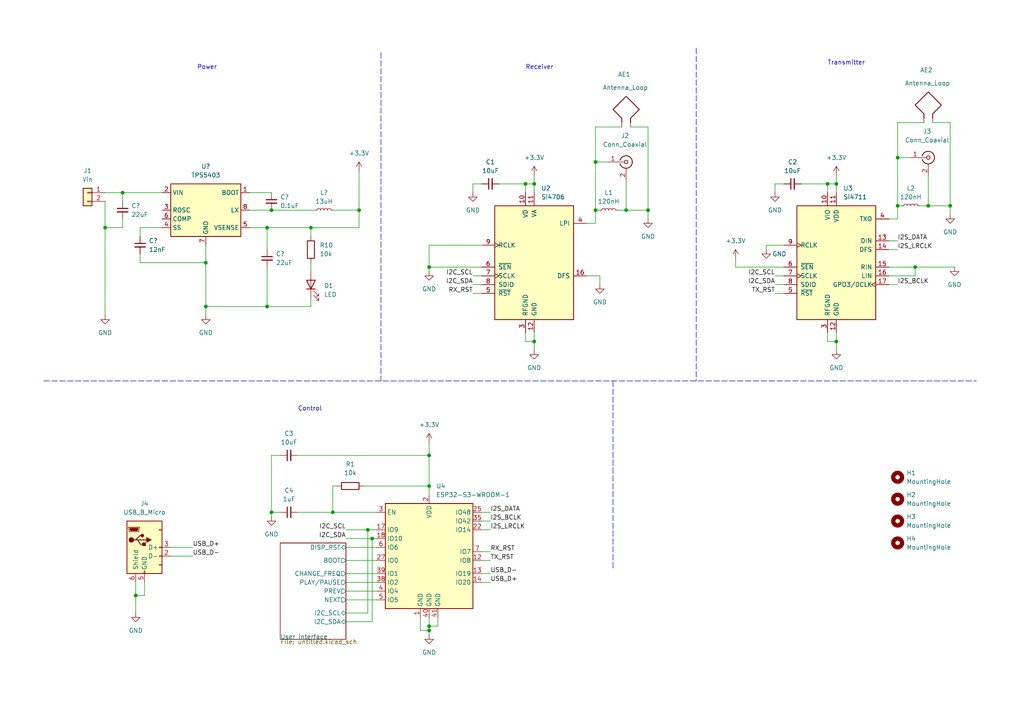
<source format=kicad_sch>
(kicad_sch (version 20211123) (generator eeschema)
  (paper "A4")
  (title_block (title "Phone Audio FM Transmitter") (rev "1") (company "Team 18"))
  (lib_symbols
    (symbol "Connector:Conn_Coaxial" (pin_names (offset 1.016) hide)
      (property "Reference" "J" (at 0.254 3.048 0))
      (property "Value" "Conn_Coaxial" (at 2.921 0 90))
      (symbol "Conn_Coaxial_0_1"
        (arc (start -1.778 -0.508) (mid 0.2311 -1.8066) (end 1.778 0) (stroke (width 0.254)))
        (polyline (pts (xy -2.54 0) (xy -0.508 0)))
        (polyline (pts (xy 0 -2.54) (xy 0 -1.778)))
        (circle (center 0 0) (radius 0.508) (stroke (width 0.2032)))
        (arc (start 1.778 0) (mid 0.2099 1.8101) (end -1.778 0.508) (stroke (width 0.254)))
      )
      (symbol "Conn_Coaxial_1_1"
        (pin passive line (at -5.08 0 0) (length 2.54) (name "In") (number "1"))
        (pin passive line (at 0 -5.08 90) (length 2.54) (name "Ext") (number "2"))
      )
    )
    (symbol "Connector:USB_B_Micro" (pin_names (offset 1.016))
      (property "Reference" "J4" (at 0 12.7 0))
      (property "Value" "USB_B_Micro" (at 0 10.16 0))
      (symbol "USB_B_Micro_0_1"
        (rectangle (start -5.08 -7.62) (end 5.08 7.62) (stroke (width 0.254)) (fill (type background)))
        (circle (center -3.81 2.159) (radius 0.635) (stroke (width 0.254)) (fill (type outline)))
        (circle (center -0.635 3.429) (radius 0.381) (stroke (width 0.254)) (fill (type outline)))
        (rectangle (start -0.127 -7.62) (end 0.127 -6.858))
        (polyline (pts (xy -1.905 2.159) (xy 0.635 2.159)) (stroke (width 0.254)))
        (polyline (pts (xy -3.175 2.159) (xy -2.54 2.159) (xy -1.27 3.429) (xy -0.635 3.429)) (stroke (width 0.254)))
        (polyline (pts (xy -2.54 2.159) (xy -1.905 2.159) (xy -1.27 0.889) (xy 0 0.889)) (stroke (width 0.254)))
        (polyline (pts (xy 0.635 2.794) (xy 0.635 1.524) (xy 1.905 2.159) (xy 0.635 2.794)) (stroke (width 0.254)) (fill (type outline)))
        (polyline (pts (xy -4.318 5.588) (xy -1.778 5.588) (xy -2.032 4.826) (xy -4.064 4.826) (xy -4.318 5.588)) (fill (type outline)))
        (polyline (pts (xy -4.699 5.842) (xy -4.699 5.588) (xy -4.445 4.826) (xy -4.445 4.572) (xy -1.651 4.572) (xy -1.651 4.826) (xy -1.397 5.588) (xy -1.397 5.842) (xy -4.699 5.842)))
        (rectangle (start 0.254 1.27) (end -0.508 0.508) (stroke (width 0.254)) (fill (type outline)))
        (rectangle (start 5.08 -5.207) (end 4.318 -4.953))
        (rectangle (start 5.08 -2.667) (end 4.318 -2.413))
        (rectangle (start 5.08 -0.127) (end 4.318 0.127))
        (rectangle (start 5.08 4.953) (end 4.318 5.207))
      )
      (symbol "USB_B_Micro_1_1"
        (pin no_connect line (at 7.62 5.08 180) (length 2.54) hide (name "VBUS") (number "1"))
        (pin bidirectional line (at 7.62 -2.54 180) (length 2.54) (name "D-") (number "2"))
        (pin bidirectional line (at 7.62 0 180) (length 2.54) (name "D+") (number "3"))
        (pin no_connect line (at 7.62 -5.08 180) (length 2.54) hide (name "ID") (number "4"))
        (pin power_out line (at 0 -10.16 90) (length 2.54) (name "GND") (number "5"))
        (pin passive line (at -2.54 -10.16 90) (length 2.54) (name "Shield") (number "6"))
      )
    )
    (symbol "Connector_Generic:Conn_01x02" (pin_names (offset 1.016) hide)
      (property "Reference" "J1" (at 0 6.35 0))
      (property "Value" "Vin" (at 0 3.81 0))
      (symbol "Conn_01x02_1_1"
        (rectangle (start -1.27 -2.413) (end 0 -2.667) (stroke (width 0.1524)))
        (rectangle (start -1.27 0.127) (end 0 -0.127) (stroke (width 0.1524)))
        (rectangle (start -1.27 1.27) (end 1.27 -3.81) (stroke (width 0.254)) (fill (type background)))
        (pin power_out line (at -5.08 0 0) (length 3.81) (name "Pin_1") (number "1"))
        (pin passive line (at -5.08 -2.54 0) (length 3.81) (name "Pin_2") (number "2"))
      )
    )
    (symbol "Device:Antenna_Loop" (pin_numbers hide) (pin_names (offset 1.016) hide)
      (property "Reference" "AE" (at 1.27 6.35 0))
      (property "Value" "Antenna_Loop" (at 1.27 5.08 0))
      (symbol "Antenna_Loop_0_1"
        (polyline (pts (xy 2.54 -3.81) (xy 2.54 -2.54) (xy 5.08 0) (xy 1.27 3.81) (xy -2.54 0) (xy 0 -2.54) (xy 0 -3.81)) (stroke (width 0.254)))
      )
      (symbol "Antenna_Loop_1_1"
        (pin input line (at 0 -5.08 90) (length 2.54) (name "~") (number "1"))
        (pin input line (at 2.54 -5.08 90) (length 2.54) (name "~") (number "2"))
      )
    )
    (symbol "Device:C_Small" (pin_numbers hide) (pin_names (offset 0.254) hide)
      (property "Reference" "C" (at 0.254 1.778 0))
      (property "Value" "C_Small" (at 0.254 -2.032 0))
      (symbol "C_Small_0_1"
        (polyline (pts (xy -1.524 -0.508) (xy 1.524 -0.508)) (stroke (width 0.3302)))
        (polyline (pts (xy -1.524 0.508) (xy 1.524 0.508)) (stroke (width 0.3048)))
      )
      (symbol "C_Small_1_1"
        (pin passive line (at 0 2.54 270) (length 2.032) (name "~") (number "1"))
        (pin passive line (at 0 -2.54 90) (length 2.032) (name "~") (number "2"))
      )
    )
    (symbol "Device:LED" (pin_numbers hide) (pin_names (offset 1.016) hide)
      (property "Reference" "D" (at 0 2.54 0))
      (property "Value" "LED" (at 0 -2.54 0))
      (symbol "LED_0_1"
        (polyline (pts (xy -1.27 -1.27) (xy -1.27 1.27)) (stroke (width 0.254)))
        (polyline (pts (xy -1.27 0) (xy 1.27 0)))
        (polyline (pts (xy 1.27 -1.27) (xy 1.27 1.27) (xy -1.27 0) (xy 1.27 -1.27)) (stroke (width 0.254)))
        (polyline (pts (xy -3.048 -0.762) (xy -4.572 -2.286) (xy -3.81 -2.286) (xy -4.572 -2.286) (xy -4.572 -1.524)))
        (polyline (pts (xy -1.778 -0.762) (xy -3.302 -2.286) (xy -2.54 -2.286) (xy -3.302 -2.286) (xy -3.302 -1.524)))
      )
      (symbol "LED_1_1"
        (pin passive line (at -3.81 0 0) (length 2.54) (name "K") (number "1"))
        (pin passive line (at 3.81 0 180) (length 2.54) (name "A") (number "2"))
      )
    )
    (symbol "Device:L_Small" (pin_numbers hide) (pin_names (offset 0.254) hide)
      (property "Reference" "L" (at 0.762 1.016 0))
      (property "Value" "L_Small" (at 0.762 -1.016 0))
      (symbol "L_Small_0_1"
        (arc (start 0 -2.032) (mid 0.508 -1.524) (end 0 -1.016))
        (arc (start 0 -1.016) (mid 0.508 -0.508) (end 0 0))
        (arc (start 0 0) (mid 0.508 0.508) (end 0 1.016))
        (arc (start 0 1.016) (mid 0.508 1.524) (end 0 2.032))
      )
      (symbol "L_Small_1_1"
        (pin passive line (at 0 2.54 270) (length 0.508) (name "~") (number "1"))
        (pin passive line (at 0 -2.54 90) (length 0.508) (name "~") (number "2"))
      )
    )
    (symbol "Device:R" (pin_numbers hide) (pin_names (offset 0))
      (property "Reference" "R" (at 2.032 0 90))
      (property "Value" "R" (at 0 0 90))
      (symbol "R_0_1"
        (rectangle (start -1.016 -2.54) (end 1.016 2.54) (stroke (width 0.254)))
      )
      (symbol "R_1_1"
        (pin passive line (at 0 3.81 270) (length 1.27) (name "~") (number "1"))
        (pin passive line (at 0 -3.81 90) (length 1.27) (name "~") (number "2"))
      )
    )
    (symbol "Mechanical:MountingHole" (pin_names (offset 1.016))
      (property "Reference" "H" (at 0 5.08 0))
      (property "Value" "MountingHole" (at 0 3.175 0))
      (symbol "MountingHole_0_1"
        (circle (center 0 0) (radius 1.27) (stroke (width 1.27)))
      )
    )
    (symbol "RF_AM_FM:Si4731-D60-GU" (pin_names (offset 1.016))
      (property "Reference" "U2" (at 2.0194 21.59 0))
      (property "Value" "Si4706" (at 2.0194 19.05 0))
      (symbol "Si4731-D60-GU_0_1"
        (rectangle (start 11.43 16.51) (end -11.43 -16.51) (stroke (width 0.254)) (fill (type background)))
      )
      (symbol "Si4731-D60-GU_1_1"
        (pin no_connect line (at 15.24 5.08 180) (length 3.81) hide (name "NC") (number "1"))
        (pin power_in line (at -2.54 20.32 270) (length 3.81) (name "VD") (number "10"))
        (pin power_in line (at 0 20.32 270) (length 3.81) (name "VA") (number "11"))
        (pin power_in line (at 0 -20.32 90) (length 3.81) (name "GND") (number "12"))
        (pin no_connect line (at 15.24 12.7 180) (length 3.81) hide (name "ROUT") (number "13"))
        (pin no_connect line (at 15.24 10.16 180) (length 3.81) hide (name "LOUT") (number "14"))
        (pin no_connect line (at 15.24 -1.27 180) (length 3.81) hide (name "DOUT") (number "15"))
        (pin input line (at 15.24 -3.81 180) (length 3.81) (name "DFS") (number "16"))
        (pin no_connect clock (at 15.24 -6.35 180) (length 3.81) hide (name "GPO3/DCLK") (number "17"))
        (pin no_connect line (at 15.24 -8.89 180) (length 3.81) hide (name "GPO2/~{INT}") (number "18"))
        (pin no_connect clock (at 15.24 -11.43 180) (length 3.81) hide (name "GPO1") (number "19"))
        (pin no_connect line (at -15.24 12.7 0) (length 3.81) hide (name "FMI") (number "2"))
        (pin no_connect line (at 15.24 2.54 180) (length 3.81) hide (name "NC") (number "20"))
        (pin power_in line (at -2.54 -20.32 90) (length 3.81) (name "RFGND") (number "3"))
        (pin input line (at 15.24 11.43 180) (length 3.81) (name "LPI") (number "4"))
        (pin input line (at -15.24 -8.89 0) (length 3.81) (name "~{RST}") (number "5"))
        (pin input line (at -15.24 -1.27 0) (length 3.81) (name "~{SEN}") (number "6"))
        (pin input clock (at -15.24 -3.81 0) (length 3.81) (name "SCLK") (number "7"))
        (pin bidirectional line (at -15.24 -6.35 0) (length 3.81) (name "SDIO") (number "8"))
        (pin input clock (at -15.24 5.08 0) (length 3.81) (name "RCLK") (number "9"))
      )
    )
    (symbol "RF_Module:ESP32-WROOM-32"
      (property "Reference" "U4" (at 2.0194 38.1 0))
      (property "Value" "ESP32-S3-WROOM-1" (at 2.0194 35.56 0))
      (symbol "ESP32-WROOM-32_0_1"
        (rectangle (start -12.7 33.02) (end 12.7 2.54) (stroke (width 0.254)) (fill (type background)))
      )
      (symbol "ESP32-WROOM-32_1_1"
        (pin power_in line (at -2.54 0 90) (length 2.54) (name "GND") (number "1"))
        (pin no_connect line (at 38.1 1.27 180) (length 2.54) hide (name "IO17") (number "10"))
        (pin no_connect line (at 38.1 -1.27 180) (length 2.54) hide (name "IO18") (number "11"))
        (pin bidirectional line (at 15.24 16.51 180) (length 2.54) (name "IO8") (number "12"))
        (pin bidirectional line (at 15.24 12.7 180) (length 2.54) (name "IO19") (number "13"))
        (pin bidirectional line (at 15.24 10.16 180) (length 2.54) (name "IO20") (number "14"))
        (pin no_connect line (at 38.1 -13.97 180) (length 2.54) hide (name "IO3") (number "15"))
        (pin no_connect line (at 38.1 -3.81 180) (length 2.54) hide (name "IO46") (number "16"))
        (pin bidirectional line (at -15.24 25.4 0) (length 2.54) (name "IO9") (number "17"))
        (pin bidirectional line (at -15.24 22.86 0) (length 2.54) (name "IO10") (number "18"))
        (pin no_connect line (at -33.02 -15.24 0) (length 2.54) hide (name "IO11") (number "19"))
        (pin power_in line (at 0 35.56 270) (length 2.54) (name "VDD") (number "2"))
        (pin no_connect line (at -33.02 -12.7 0) (length 2.54) hide (name "IO12") (number "20"))
        (pin no_connect line (at -33.02 -10.16 0) (length 2.54) hide (name "IO13") (number "21"))
        (pin bidirectional line (at 15.24 25.4 180) (length 2.54) (name "IO14") (number "22"))
        (pin no_connect line (at 38.1 -6.35 180) (length 2.54) hide (name "IO21") (number "23"))
        (pin no_connect line (at 38.1 26.67 180) (length 2.54) hide (name "IO47") (number "24"))
        (pin bidirectional line (at 15.24 30.48 180) (length 2.54) (name "IO48") (number "25"))
        (pin no_connect line (at 38.1 21.59 180) (length 2.54) hide (name "IO45") (number "26"))
        (pin bidirectional line (at -15.24 16.51 0) (length 2.54) (name "IO0") (number "27"))
        (pin no_connect line (at 38.1 16.51 180) (length 2.54) hide (name "IO35") (number "28"))
        (pin no_connect line (at 38.1 19.05 180) (length 2.54) hide (name "IO36") (number "29"))
        (pin input line (at -15.24 30.48 0) (length 2.54) (name "EN") (number "3"))
        (pin no_connect line (at 38.1 13.97 180) (length 2.54) hide (name "IO37") (number "30"))
        (pin no_connect line (at 38.1 11.43 180) (length 2.54) hide (name "IO38") (number "31"))
        (pin no_connect line (at -33.02 -17.78 0) (length 2.54) hide (name "IO39") (number "32"))
        (pin no_connect line (at 38.1 8.89 180) (length 2.54) hide (name "IO40") (number "33"))
        (pin no_connect line (at 38.1 24.13 180) (length 2.54) hide (name "IO41") (number "34"))
        (pin bidirectional line (at 15.24 27.94 180) (length 2.54) (name "IO42") (number "35"))
        (pin no_connect line (at 38.1 6.35 180) (length 2.54) hide (name "RXD0") (number "36"))
        (pin no_connect line (at 38.1 3.81 180) (length 2.54) hide (name "TXD0") (number "37"))
        (pin bidirectional line (at -15.24 10.16 0) (length 2.54) (name "IO2") (number "38"))
        (pin bidirectional line (at -15.24 12.7 0) (length 2.54) (name "IO1") (number "39"))
        (pin bidirectional line (at -15.24 7.62 0) (length 2.54) (name "IO4") (number "4"))
        (pin power_in line (at 0 0 90) (length 2.54) (name "GND") (number "40"))
        (pin power_in line (at 2.54 0 90) (length 2.54) (name "GND") (number "41"))
        (pin bidirectional line (at -15.24 5.08 0) (length 2.54) (name "IO5") (number "5"))
        (pin bidirectional line (at -15.24 20.32 0) (length 2.54) (name "IO6") (number "6"))
        (pin bidirectional line (at 15.24 19.05 180) (length 2.54) (name "IO7") (number "7"))
        (pin no_connect line (at 38.1 -8.89 180) (length 2.54) hide (name "IO15") (number "8"))
        (pin no_connect line (at 38.1 -11.43 180) (length 2.54) hide (name "IO16") (number "9"))
      )
    )
    (symbol "Regulator_Switching:TPS5403"
      (property "Reference" "U" (at 0 11.43 0))
      (property "Value" "TPS5403" (at 0 8.89 0))
      (symbol "TPS5403_1_1"
        (rectangle (start -10.16 7.62) (end 10.16 -7.62) (stroke (width 0.254)) (fill (type background)))
        (pin passive line (at 12.7 5.08 180) (length 2.54) (name "BOOT") (number "1"))
        (pin power_in line (at -12.7 5.08 0) (length 2.54) (name "VIN") (number "2"))
        (pin passive line (at -12.7 0 0) (length 2.54) (name "ROSC") (number "3"))
        (pin passive line (at -12.7 -5.08 0) (length 2.54) (name "SS") (number "4"))
        (pin input line (at 12.7 -5.08 180) (length 2.54) (name "VSENSE") (number "5"))
        (pin passive line (at -12.7 -2.54 0) (length 2.54) (name "COMP") (number "6"))
        (pin power_in line (at 0 -10.16 90) (length 2.54) (name "GND") (number "7"))
        (pin output line (at 12.7 0 180) (length 2.54) (name "LX") (number "8"))
      )
    )
    (symbol "Si4731-D60-GU_1" (pin_names (offset 1.016))
      (property "Reference" "U3" (at 2.0194 21.59 0))
      (property "Value" "Si4711" (at 2.0194 19.05 0))
      (symbol "Si4731-D60-GU_1_0_1"
        (rectangle (start 11.43 16.51) (end -11.43 -16.51) (stroke (width 0.254)) (fill (type background)))
      )
      (symbol "Si4731-D60-GU_1_1_1"
        (pin no_connect line (at 15.24 5.08 180) (length 3.81) hide (name "NC") (number "1"))
        (pin power_in line (at -2.54 20.32 270) (length 3.81) (name "VIO") (number "10"))
        (pin power_in line (at 0 20.32 270) (length 3.81) (name "VDD") (number "11"))
        (pin power_in line (at 0 -20.32 90) (length 3.81) (name "GND") (number "12"))
        (pin input line (at 15.24 6.35 180) (length 3.81) (name "DIN") (number "13"))
        (pin input line (at 15.24 3.81 180) (length 3.81) (name "DFS") (number "14"))
        (pin input line (at 15.24 -1.27 180) (length 3.81) (name "RIN") (number "15"))
        (pin input line (at 15.24 -3.81 180) (length 3.81) (name "LIN") (number "16"))
        (pin bidirectional clock (at 15.24 -6.35 180) (length 3.81) (name "GPO3/DCLK") (number "17"))
        (pin no_connect line (at 15.24 -8.89 180) (length 3.81) hide (name "GPO2/~{INT}") (number "18"))
        (pin no_connect clock (at 15.24 -11.43 180) (length 3.81) hide (name "GPO1") (number "19"))
        (pin no_connect line (at -15.24 12.7 0) (length 3.81) hide (name "NC") (number "2"))
        (pin no_connect line (at 15.24 2.54 180) (length 3.81) hide (name "NC") (number "20"))
        (pin power_in line (at -2.54 -20.32 90) (length 3.81) (name "RFGND") (number "3"))
        (pin output line (at 15.24 12.7 180) (length 3.81) (name "TXO") (number "4"))
        (pin input line (at -15.24 -8.89 0) (length 3.81) (name "~{RST}") (number "5"))
        (pin input line (at -15.24 -1.27 0) (length 3.81) (name "~{SEN}") (number "6"))
        (pin input clock (at -15.24 -3.81 0) (length 3.81) (name "SCLK") (number "7"))
        (pin bidirectional line (at -15.24 -6.35 0) (length 3.81) (name "SDIO") (number "8"))
        (pin input clock (at -15.24 5.08 0) (length 3.81) (name "RCLK") (number "9"))
      )
    )
    (symbol "power:+3.3V" (power) (pin_names (offset 0))
      (property "Value" "+3.3V" (at 0 3.556 0))
      (symbol "+3.3V_0_1"
        (polyline (pts (xy -0.762 1.27) (xy 0 2.54)))
        (polyline (pts (xy 0 0) (xy 0 2.54)))
        (polyline (pts (xy 0 2.54) (xy 0.762 1.27)))
      )
      (symbol "+3.3V_1_1"
        (pin power_in line (at 0 0 90) (length 0) hide (name "+3.3V") (number "1"))
      )
    )
    (symbol "power:GND" (power) (pin_names (offset 0))
      (property "Value" "GND" (at 0 -3.81 0))
      (symbol "GND_0_1"
        (polyline (pts (xy 0 0) (xy 0 -1.27) (xy 1.27 -1.27) (xy 0 -2.54) (xy -1.27 -1.27) (xy 0 -1.27)))
      )
      (symbol "GND_1_1"
        (pin power_in line (at 0 0 270) (length 0) hide (name "GND") (number "1"))
      )
    )
  )
  (junction (at 77.47 88.9))
  (junction (at 240.03 53.34))
  (junction (at 154.94 99.06))
  (junction (at 154.94 53.34))
  (junction (at 181.61 60.96))
  (junction (at 152.4 53.34))
  (junction (at 59.69 88.9))
  (junction (at 124.46 77.47))
  (junction (at 78.74 60.96))
  (junction (at 265.43 77.47))
  (junction (at 124.46 132.08))
  (junction (at 172.72 46.99))
  (junction (at 242.57 53.34))
  (junction (at 39.37 172.72))
  (junction (at 275.59 59.69))
  (junction (at 124.46 182.88))
  (junction (at 107.95 156.21))
  (junction (at 172.72 60.96))
  (junction (at 187.96 60.96))
  (junction (at 35.56 55.88))
  (junction (at 96.52 148.59))
  (junction (at 77.47 66.04))
  (junction (at 30.48 66.04))
  (junction (at 90.17 66.04))
  (junction (at 260.35 45.72))
  (junction (at 106.68 153.67))
  (junction (at 242.57 99.06))
  (junction (at 124.46 140.97))
  (junction (at 124.46 181.61))
  (junction (at 260.35 59.69))
  (junction (at 269.24 59.69))
  (junction (at 78.74 148.59))
  (junction (at 59.69 76.2))
  (junction (at 104.14 60.96))
  (wire (pts (xy 270.51 35.56) (xy 275.59 35.56)))
  (wire (pts (xy 154.94 50.8) (xy 154.94 53.34)))
  (wire (pts (xy 137.16 53.34) (xy 139.7 53.34)))
  (wire (pts (xy 127 181.61) (xy 124.46 181.61)))
  (wire (pts (xy 240.03 96.52) (xy 240.03 99.06)))
  (wire (pts (xy 59.69 88.9) (xy 59.69 91.44)))
  (wire (pts (xy 260.35 59.69) (xy 260.35 63.5)))
  (wire (pts (xy 40.64 66.04) (xy 40.64 68.58)))
  (wire (pts (xy 41.91 168.91) (xy 41.91 172.72)))
  (wire (pts (xy 275.59 59.69) (xy 275.59 62.23)))
  (polyline (pts (xy 12.7 110.49) (xy 283.21 110.49)))
  (wire (pts (xy 179.07 60.96) (xy 181.61 60.96)))
  (wire (pts (xy 139.7 160.02) (xy 142.24 160.02)))
  (wire (pts (xy 180.34 36.83) (xy 172.72 36.83)))
  (wire (pts (xy 106.68 153.67) (xy 109.22 153.67)))
  (wire (pts (xy 41.91 172.72) (xy 39.37 172.72)))
  (wire (pts (xy 257.81 69.85) (xy 260.35 69.85)))
  (wire (pts (xy 257.81 77.47) (xy 265.43 77.47)))
  (wire (pts (xy 124.46 140.97) (xy 124.46 143.51)))
  (wire (pts (xy 100.33 166.37) (xy 109.22 166.37)))
  (wire (pts (xy 78.74 132.08) (xy 78.74 148.59)))
  (wire (pts (xy 100.33 171.45) (xy 109.22 171.45)))
  (wire (pts (xy 124.46 78.74) (xy 124.46 77.47)))
  (wire (pts (xy 124.46 182.88) (xy 124.46 184.15)))
  (wire (pts (xy 35.56 66.04) (xy 30.48 66.04)))
  (wire (pts (xy 90.17 66.04) (xy 90.17 68.58)))
  (wire (pts (xy 181.61 60.96) (xy 187.96 60.96)))
  (wire (pts (xy 124.46 181.61) (xy 124.46 182.88)))
  (wire (pts (xy 77.47 66.04) (xy 90.17 66.04)))
  (wire (pts (xy 176.53 46.99) (xy 172.72 46.99)))
  (wire (pts (xy 242.57 96.52) (xy 242.57 99.06)))
  (wire (pts (xy 222.25 71.12) (xy 222.25 72.39)))
  (wire (pts (xy 275.59 35.56) (xy 275.59 59.69)))
  (wire (pts (xy 172.72 36.83) (xy 172.72 46.99)))
  (wire (pts (xy 227.33 71.12) (xy 222.25 71.12)))
  (wire (pts (xy 266.7 59.69) (xy 269.24 59.69)))
  (wire (pts (xy 139.7 162.56) (xy 142.24 162.56)))
  (wire (pts (xy 213.36 74.93) (xy 213.36 77.47)))
  (wire (pts (xy 124.46 179.07) (xy 124.46 181.61)))
  (polyline (pts (xy 110.49 15.24) (xy 110.49 110.49)))
  (wire (pts (xy 264.16 45.72) (xy 260.35 45.72)))
  (wire (pts (xy 257.81 80.01) (xy 265.43 80.01)))
  (wire (pts (xy 78.74 132.08) (xy 81.28 132.08)))
  (wire (pts (xy 59.69 76.2) (xy 59.69 88.9)))
  (wire (pts (xy 257.81 63.5) (xy 260.35 63.5)))
  (wire (pts (xy 40.64 76.2) (xy 59.69 76.2)))
  (wire (pts (xy 224.79 85.09) (xy 227.33 85.09)))
  (wire (pts (xy 40.64 73.66) (xy 40.64 76.2)))
  (wire (pts (xy 224.79 82.55) (xy 227.33 82.55)))
  (wire (pts (xy 104.14 49.53) (xy 104.14 60.96)))
  (wire (pts (xy 260.35 35.56) (xy 260.35 45.72)))
  (wire (pts (xy 172.72 60.96) (xy 172.72 64.77)))
  (wire (pts (xy 100.33 153.67) (xy 106.68 153.67)))
  (wire (pts (xy 78.74 60.96) (xy 91.44 60.96)))
  (wire (pts (xy 106.68 177.8) (xy 106.68 153.67)))
  (wire (pts (xy 139.7 153.67) (xy 142.24 153.67)))
  (wire (pts (xy 232.41 53.34) (xy 240.03 53.34)))
  (wire (pts (xy 86.36 148.59) (xy 96.52 148.59)))
  (wire (pts (xy 224.79 80.01) (xy 227.33 80.01)))
  (wire (pts (xy 100.33 162.56) (xy 109.22 162.56)))
  (wire (pts (xy 144.78 53.34) (xy 152.4 53.34)))
  (wire (pts (xy 35.56 55.88) (xy 35.56 58.42)))
  (wire (pts (xy 265.43 77.47) (xy 276.86 77.47)))
  (wire (pts (xy 100.33 177.8) (xy 106.68 177.8)))
  (wire (pts (xy 72.39 60.96) (xy 78.74 60.96)))
  (wire (pts (xy 35.56 63.5) (xy 35.56 66.04)))
  (wire (pts (xy 59.69 88.9) (xy 77.47 88.9)))
  (wire (pts (xy 265.43 80.01) (xy 265.43 77.47)))
  (wire (pts (xy 96.52 148.59) (xy 109.22 148.59)))
  (wire (pts (xy 137.16 82.55) (xy 139.7 82.55)))
  (wire (pts (xy 124.46 132.08) (xy 124.46 140.97)))
  (wire (pts (xy 137.16 80.01) (xy 139.7 80.01)))
  (wire (pts (xy 72.39 66.04) (xy 77.47 66.04)))
  (wire (pts (xy 100.33 180.34) (xy 107.95 180.34)))
  (wire (pts (xy 121.92 182.88) (xy 124.46 182.88)))
  (wire (pts (xy 170.18 80.01) (xy 173.99 80.01)))
  (wire (pts (xy 154.94 99.06) (xy 154.94 101.6)))
  (wire (pts (xy 152.4 55.88) (xy 152.4 53.34)))
  (wire (pts (xy 213.36 77.47) (xy 227.33 77.47)))
  (wire (pts (xy 137.16 85.09) (xy 139.7 85.09)))
  (wire (pts (xy 269.24 59.69) (xy 275.59 59.69)))
  (wire (pts (xy 30.48 55.88) (xy 35.56 55.88)))
  (wire (pts (xy 107.95 156.21) (xy 109.22 156.21)))
  (wire (pts (xy 72.39 55.88) (xy 78.74 55.88)))
  (wire (pts (xy 100.33 156.21) (xy 107.95 156.21)))
  (wire (pts (xy 182.88 36.83) (xy 187.96 36.83)))
  (wire (pts (xy 172.72 46.99) (xy 172.72 60.96)))
  (wire (pts (xy 124.46 71.12) (xy 124.46 77.47)))
  (wire (pts (xy 100.33 173.99) (xy 109.22 173.99)))
  (wire (pts (xy 257.81 72.39) (xy 260.35 72.39)))
  (wire (pts (xy 260.35 45.72) (xy 260.35 59.69)))
  (wire (pts (xy 173.99 60.96) (xy 172.72 60.96)))
  (wire (pts (xy 104.14 60.96) (xy 104.14 66.04)))
  (wire (pts (xy 152.4 53.34) (xy 154.94 53.34)))
  (wire (pts (xy 152.4 99.06) (xy 154.94 99.06)))
  (wire (pts (xy 139.7 71.12) (xy 124.46 71.12)))
  (wire (pts (xy 139.7 148.59) (xy 142.24 148.59)))
  (wire (pts (xy 261.62 59.69) (xy 260.35 59.69)))
  (wire (pts (xy 242.57 50.8) (xy 242.57 53.34)))
  (wire (pts (xy 90.17 76.2) (xy 90.17 78.74)))
  (wire (pts (xy 39.37 168.91) (xy 39.37 172.72)))
  (wire (pts (xy 107.95 180.34) (xy 107.95 156.21)))
  (wire (pts (xy 240.03 53.34) (xy 242.57 53.34)))
  (wire (pts (xy 224.79 55.88) (xy 224.79 53.34)))
  (wire (pts (xy 152.4 96.52) (xy 152.4 99.06)))
  (wire (pts (xy 127 179.07) (xy 127 181.61)))
  (wire (pts (xy 39.37 172.72) (xy 39.37 177.8)))
  (wire (pts (xy 100.33 168.91) (xy 109.22 168.91)))
  (wire (pts (xy 105.41 140.97) (xy 124.46 140.97)))
  (wire (pts (xy 173.99 80.01) (xy 173.99 82.55)))
  (wire (pts (xy 139.7 151.13) (xy 142.24 151.13)))
  (wire (pts (xy 121.92 179.07) (xy 121.92 182.88)))
  (wire (pts (xy 90.17 66.04) (xy 104.14 66.04)))
  (wire (pts (xy 49.53 161.29) (xy 55.88 161.29)))
  (wire (pts (xy 137.16 55.88) (xy 137.16 53.34)))
  (wire (pts (xy 96.52 140.97) (xy 97.79 140.97)))
  (wire (pts (xy 124.46 77.47) (xy 139.7 77.47)))
  (wire (pts (xy 170.18 64.77) (xy 172.72 64.77)))
  (wire (pts (xy 269.24 50.8) (xy 269.24 59.69)))
  (wire (pts (xy 181.61 52.07) (xy 181.61 60.96)))
  (wire (pts (xy 267.97 35.56) (xy 260.35 35.56)))
  (wire (pts (xy 96.52 148.59) (xy 96.52 140.97)))
  (wire (pts (xy 49.53 158.75) (xy 55.88 158.75)))
  (wire (pts (xy 187.96 36.83) (xy 187.96 60.96)))
  (wire (pts (xy 124.46 128.27) (xy 124.46 132.08)))
  (wire (pts (xy 30.48 58.42) (xy 30.48 66.04)))
  (wire (pts (xy 77.47 66.04) (xy 77.47 72.39)))
  (wire (pts (xy 96.52 60.96) (xy 104.14 60.96)))
  (wire (pts (xy 154.94 96.52) (xy 154.94 99.06)))
  (wire (pts (xy 187.96 60.96) (xy 187.96 63.5)))
  (wire (pts (xy 240.03 99.06) (xy 242.57 99.06)))
  (polyline (pts (xy 177.8 110.49) (xy 177.8 165.1)))
  (wire (pts (xy 242.57 53.34) (xy 242.57 55.88)))
  (wire (pts (xy 224.79 53.34) (xy 227.33 53.34)))
  (wire (pts (xy 77.47 88.9) (xy 90.17 88.9)))
  (wire (pts (xy 78.74 149.86) (xy 78.74 148.59)))
  (wire (pts (xy 139.7 168.91) (xy 142.24 168.91)))
  (wire (pts (xy 77.47 77.47) (xy 77.47 88.9)))
  (wire (pts (xy 139.7 166.37) (xy 142.24 166.37)))
  (wire (pts (xy 35.56 55.88) (xy 46.99 55.88)))
  (wire (pts (xy 100.33 158.75) (xy 109.22 158.75)))
  (wire (pts (xy 242.57 99.06) (xy 242.57 101.6)))
  (wire (pts (xy 78.74 148.59) (xy 81.28 148.59)))
  (wire (pts (xy 154.94 53.34) (xy 154.94 55.88)))
  (wire (pts (xy 46.99 66.04) (xy 40.64 66.04)))
  (wire (pts (xy 90.17 86.36) (xy 90.17 88.9)))
  (wire (pts (xy 240.03 55.88) (xy 240.03 53.34)))
  (wire (pts (xy 59.69 71.12) (xy 59.69 76.2)))
  (polyline (pts (xy 201.93 13.97) (xy 201.93 110.49)))
  (wire (pts (xy 257.81 82.55) (xy 260.35 82.55)))
  (wire (pts (xy 86.36 132.08) (xy 124.46 132.08)))
  (wire (pts (xy 30.48 66.04) (xy 30.48 91.44)))
  (text "Control" (at 86.36 119.38 0) (effects (font (size 1.27 1.27)) (justify left bottom)))
  (text "Transmitter" (at 240.03 19.05 0) (effects (font (size 1.27 1.27)) (justify left bottom)))
  (text "Power" (at 57.15 20.32 0) (effects (font (size 1.27 1.27)) (justify left bottom)))
  (text "Receiver" (at 152.4 20.32 0) (effects (font (size 1.27 1.27)) (justify left bottom)))
  (label "USB_D-" (at 55.88 161.29 0))
  (label "I2C_SDA" (at 100.33 156.21 180))
  (label "I2S_BCLK" (at 260.35 82.55 0))
  (label "I2S_LRCLK" (at 142.24 153.67 0))
  (label "I2C_SCL" (at 224.79 80.01 180))
  (label "TX_RST" (at 142.24 162.56 0))
  (label "RX_RST" (at 137.16 85.09 180))
  (label "I2C_SDA" (at 224.79 82.55 180))
  (label "I2S_DATA" (at 260.35 69.85 0))
  (label "I2S_BCLK" (at 142.24 151.13 0))
  (label "TX_RST" (at 224.79 85.09 180))
  (label "I2S_DATA" (at 142.24 148.59 0))
  (label "I2C_SDA" (at 137.16 82.55 180))
  (label "I2C_SCL" (at 137.16 80.01 180))
  (label "RX_RST" (at 142.24 160.02 0))
  (label "I2S_LRCLK" (at 260.35 72.39 0))
  (label "USB_D-" (at 142.24 166.37 0))
  (label "I2C_SCL" (at 100.33 153.67 180))
  (label "USB_D+" (at 55.88 158.75 0))
  (label "USB_D+" (at 142.24 168.91 0))
  (symbol (lib_id "Regulator_Switching:TPS5403") (at 59.69 60.96 0) (unit 1)
    (property "Reference" "U?" (at 59.69 48.26 0))
    (property "Value" "TPS5403" (at 59.69 50.8 0))
    (property "Footprint" "Package_SO:SOIC-8_3.9x4.9mm_P1.27mm" (effects hide))
    (property "Datasheet" "https://www.ti.com/lit/ds/symlink/tps5403.pdf" (effects hide))
  )
  (symbol (lib_id "Device:LED") (at 90.17 82.55 90) (unit 1)
    (property "Reference" "D1" (at 93.98 82.8674 90) (effects (justify right)))
    (property "Value" "LED" (at 93.98 85.4074 90) (effects (justify right)))
    (property "Footprint" "LED_SMD:LED_0805_2012Metric_Pad1.15x1.40mm_HandSolder" (effects hide))
  )
  (symbol (lib_id "Mechanical:MountingHole") (at 260.35 151.13 0) (unit 1)
    (property "Reference" "H3" (at 262.89 149.8599 0) (effects (justify left)))
    (property "Value" "MountingHole" (at 262.89 152.3999 0) (effects (justify left)))
    (property "Footprint" "MountingHole:MountingHole_3.2mm_M3" (effects hide))
  )
  (symbol (lib_id "power:GND") (at 30.48 91.44 0) (unit 1)
    (property "Reference" "#PWR0105" (effects hide))
    (property "Value" "GND" (at 30.48 96.52 0))
  )
  (symbol (lib_id "Mechanical:MountingHole") (at 260.35 144.78 0) (unit 1)
    (property "Reference" "H2" (at 262.89 143.5099 0) (effects (justify left)))
    (property "Value" "MountingHole" (at 262.89 146.0499 0) (effects (justify left)))
    (property "Footprint" "MountingHole:MountingHole_3.2mm_M3" (effects hide))
  )
  (symbol (lib_id "Device:R") (at 101.6 140.97 90) (unit 1)
    (property "Reference" "R1" (at 101.6 134.62 90))
    (property "Value" "10k" (at 101.6 137.16 90))
    (property "Footprint" "Resistor_SMD:R_0805_2012Metric_Pad1.20x1.40mm_HandSolder" (effects hide))
  )
  (symbol (lib_id "Mechanical:MountingHole") (at 260.35 138.43 0) (unit 1)
    (property "Reference" "H1" (at 262.89 137.1599 0) (effects (justify left)))
    (property "Value" "MountingHole" (at 262.89 139.6999 0) (effects (justify left)))
    (property "Footprint" "MountingHole:MountingHole_3.2mm_M3" (effects hide))
  )
  (symbol (lib_id "power:GND") (at 224.79 55.88 0) (unit 1)
    (property "Reference" "#PWR0108" (effects hide))
    (property "Value" "GND" (at 224.79 60.96 0))
  )
  (symbol (lib_id "power:GND") (at 275.59 62.23 0) (mirror y) (unit 1)
    (property "Reference" "#PWR02" (effects hide))
    (property "Value" "GND" (at 275.59 67.31 0))
  )
  (symbol (lib_id "power:+3.3V") (at 213.36 74.93 0) (unit 1)
    (property "Reference" "#PWR0111" (effects hide))
    (property "Value" "+3.3V" (at 213.36 69.85 0))
  )
  (symbol (lib_id "power:GND") (at 154.94 101.6 0) (unit 1)
    (property "Reference" "#PWR0101" (effects hide))
    (property "Value" "GND" (at 154.94 106.68 0))
  )
  (symbol (lib_id "Connector_Generic:Conn_01x02") (at 25.4 55.88 0) (mirror y) (unit 1)
    (property "Reference" "J1" (at 25.4 49.53 0))
    (property "Value" "Vin" (at 25.4 52.07 0))
    (property "Footprint" "Connector_Molex:Molex_KK-254_AE-6410-02A_1x02_P2.54mm_Vertical" (effects hide))
  )
  (symbol (lib_id "Connector:Conn_Coaxial") (at 181.61 46.99 0) (unit 1)
    (property "Reference" "J2" (at 181.2926 39.37 0))
    (property "Value" "Conn_Coaxial" (at 181.2926 41.91 0))
    (property "Footprint" "Connector_Coaxial:SMA_Amphenol_132134-10_Vertical" (effects hide))
    (property "Datasheet" " ~" (effects hide))
  )
  (symbol (lib_id "Device:L_Small") (at 93.98 60.96 90) (unit 1)
    (property "Reference" "L?" (at 93.98 55.88 90))
    (property "Value" "13uH" (at 93.98 58.42 90))
  )
  (symbol (lib_id "Device:L_Small") (at 264.16 59.69 270) (mirror x) (unit 1)
    (property "Reference" "L2" (at 264.16 54.61 90))
    (property "Value" "120nH" (at 264.16 57.15 90))
    (property "Footprint" "Inductor_SMD:L_0805_2012Metric_Pad1.15x1.40mm_HandSolder" (effects hide))
  )
  (symbol (lib_id "Device:C_Small") (at 78.74 58.42 0) (unit 1)
    (property "Reference" "C?" (at 81.28 57.1562 0) (effects (justify left)))
    (property "Value" "0.1uF" (at 81.28 59.6962 0) (effects (justify left)))
  )
  (symbol (lib_id "power:+3.3V") (at 242.57 50.8 0) (unit 1)
    (property "Reference" "#PWR0109" (effects hide))
    (property "Value" "+3.3V" (at 242.57 45.72 0))
  )
  (symbol (lib_id "Device:C_Small") (at 77.47 74.93 0) (unit 1)
    (property "Reference" "C?" (at 80.01 73.6662 0) (effects (justify left)))
    (property "Value" "22uF" (at 80.01 76.2062 0) (effects (justify left)))
  )
  (symbol (lib_name "Si4731-D60-GU_1") (lib_id "RF_AM_FM:Si4731-D60-GU") (at 242.57 76.2 0) (unit 1)
    (property "Reference" "U3" (at 244.5894 54.61 0) (effects (justify left)))
    (property "Value" "Si4711" (at 244.5894 57.15 0) (effects (justify left)))
    (property "Footprint" "Package_DFN_QFN:SiliconLabs_QFN-20-1EP_3x3mm_P0.5mm_EP1.8x1.8mm" (effects hide))
    (property "Datasheet" "http://www.silabs.com/Support%20Documents/TechnicalDocs/Si4730-31-34-35-D60.pdf" (effects hide))
  )
  (symbol (lib_id "power:GND") (at 137.16 55.88 0) (unit 1)
    (property "Reference" "#PWR0102" (effects hide))
    (property "Value" "GND" (at 137.16 60.96 0))
  )
  (symbol (lib_id "Device:R") (at 90.17 72.39 0) (unit 1)
    (property "Reference" "R10" (at 92.71 71.1199 0) (effects (justify left)))
    (property "Value" "10k" (at 92.71 73.6599 0) (effects (justify left)))
    (property "Footprint" "Resistor_SMD:R_0805_2012Metric_Pad1.20x1.40mm_HandSolder" (effects hide))
  )
  (symbol (lib_id "Connector:Conn_Coaxial") (at 269.24 45.72 0) (unit 1)
    (property "Reference" "J3" (at 268.9226 38.1 0))
    (property "Value" "Conn_Coaxial" (at 268.9226 40.64 0))
    (property "Footprint" "Connector_Coaxial:SMA_Amphenol_132134-10_Vertical" (effects hide))
    (property "Datasheet" " ~" (effects hide))
  )
  (symbol (lib_id "power:+3.3V") (at 154.94 50.8 0) (unit 1)
    (property "Reference" "#PWR0103" (effects hide))
    (property "Value" "+3.3V" (at 154.94 45.72 0))
  )
  (symbol (lib_id "Device:C_Small") (at 229.87 53.34 90) (unit 1)
    (property "Reference" "C2" (at 229.8763 46.99 90))
    (property "Value" "10uF" (at 229.8763 49.53 90))
    (property "Footprint" "Capacitor_SMD:C_0805_2012Metric_Pad1.18x1.45mm_HandSolder" (effects hide))
  )
  (symbol (lib_id "power:GND") (at 276.86 77.47 0) (unit 1)
    (property "Reference" "#PWR0118" (effects hide))
    (property "Value" "GND" (at 276.86 82.55 0))
  )
  (symbol (lib_id "power:GND") (at 78.74 149.86 0) (unit 1)
    (property "Reference" "#PWR0113" (effects hide))
    (property "Value" "GND" (at 78.74 154.94 0))
  )
  (symbol (lib_id "RF_Module:ESP32-WROOM-32") (at 124.46 179.07 0) (unit 1)
    (property "Reference" "U4" (at 126.4794 140.97 0) (effects (justify left)))
    (property "Value" "ESP32-S3-WROOM-1" (at 126.4794 143.51 0) (effects (justify left)))
    (property "Footprint" "RF_Module:ESP32-S3-WROOM-1" (effects hide))
    (property "Datasheet" "https://www.espressif.com/sites/default/files/documentation/esp32-s3-wroom-1_wroom-1u_datasheet_en.pdf" (effects hide))
  )
  (symbol (lib_id "Connector:USB_B_Micro") (at 41.91 158.75 0) (unit 1)
    (property "Reference" "J4" (at 41.91 146.05 0))
    (property "Value" "USB_B_Micro" (at 41.91 148.59 0))
    (property "Footprint" "Connector_USB:USB_Micro-B_Amphenol_10118194_Horizontal" (effects hide))
  )
  (symbol (lib_id "RF_AM_FM:Si4731-D60-GU") (at 154.94 76.2 0) (unit 1)
    (property "Reference" "U2" (at 156.9594 54.61 0) (effects (justify left)))
    (property "Value" "Si4706" (at 156.9594 57.15 0) (effects (justify left)))
    (property "Footprint" "Package_DFN_QFN:SiliconLabs_QFN-20-1EP_3x3mm_P0.5mm_EP1.8x1.8mm" (effects hide))
    (property "Datasheet" "http://www.silabs.com/Support%20Documents/TechnicalDocs/Si4730-31-34-35-D60.pdf" (effects hide))
  )
  (symbol (lib_id "Device:C_Small") (at 83.82 148.59 90) (unit 1)
    (property "Reference" "C4" (at 83.8263 142.24 90))
    (property "Value" "1uF" (at 83.8263 144.78 90))
    (property "Footprint" "Capacitor_SMD:C_0805_2012Metric_Pad1.18x1.45mm_HandSolder" (effects hide))
  )
  (symbol (lib_id "Device:C_Small") (at 142.24 53.34 90) (unit 1)
    (property "Reference" "C1" (at 142.2463 46.99 90))
    (property "Value" "10uF" (at 142.2463 49.53 90))
    (property "Footprint" "Capacitor_SMD:C_0805_2012Metric_Pad1.18x1.45mm_HandSolder" (effects hide))
  )
  (symbol (lib_id "power:GND") (at 173.99 82.55 0) (unit 1)
    (property "Reference" "#PWR010" (effects hide))
    (property "Value" "GND" (at 173.99 87.63 0))
  )
  (symbol (lib_id "power:GND") (at 124.46 184.15 0) (unit 1)
    (property "Reference" "#PWR0114" (effects hide))
    (property "Value" "GND" (at 124.46 189.23 0))
  )
  (symbol (lib_id "Device:C_Small") (at 35.56 60.96 0) (unit 1)
    (property "Reference" "C?" (at 38.1 59.6962 0) (effects (justify left)))
    (property "Value" "22uF" (at 38.1 62.2362 0) (effects (justify left)))
  )
  (symbol (lib_id "power:GND") (at 124.46 78.74 0) (unit 1)
    (property "Reference" "#PWR0107" (effects hide))
    (property "Value" "GND" (at 124.46 83.82 0))
  )
  (symbol (lib_id "power:GND") (at 187.96 63.5 0) (mirror y) (unit 1)
    (property "Reference" "#PWR01" (effects hide))
    (property "Value" "GND" (at 187.96 68.58 0))
  )
  (symbol (lib_id "power:+3.3V") (at 124.46 128.27 0) (unit 1)
    (property "Reference" "#PWR0112" (effects hide))
    (property "Value" "+3.3V" (at 124.46 123.19 0))
  )
  (symbol (lib_id "Device:Antenna_Loop") (at 270.51 30.48 0) (mirror y) (unit 1)
    (property "Reference" "AE2" (at 270.51 20.32 0) (effects (justify left)))
    (property "Value" "Antenna_Loop" (at 275.59 24.13 0) (effects (justify left)))
  )
  (symbol (lib_id "power:+3.3V") (at 104.14 49.53 0) (unit 1)
    (property "Reference" "#PWR0104" (effects hide))
    (property "Value" "+3.3V" (at 104.14 44.45 0))
  )
  (symbol (lib_id "power:GND") (at 242.57 101.6 0) (unit 1)
    (property "Reference" "#PWR0110" (effects hide))
    (property "Value" "GND" (at 242.57 106.68 0))
  )
  (symbol (lib_id "Device:C_Small") (at 83.82 132.08 90) (unit 1)
    (property "Reference" "C3" (at 83.8263 125.73 90))
    (property "Value" "10uF" (at 83.8263 128.27 90))
    (property "Footprint" "Capacitor_SMD:C_0805_2012Metric_Pad1.18x1.45mm_HandSolder" (effects hide))
  )
  (symbol (lib_id "power:GND") (at 222.25 72.39 0) (unit 1)
    (property "Reference" "#PWR03" (effects hide))
    (property "Value" "GND" (at 226.06 73.66 0))
  )
  (symbol (lib_id "Mechanical:MountingHole") (at 260.35 157.48 0) (unit 1)
    (property "Reference" "H4" (at 262.89 156.2099 0) (effects (justify left)))
    (property "Value" "MountingHole" (at 262.89 158.7499 0) (effects (justify left)))
    (property "Footprint" "MountingHole:MountingHole_3.2mm_M3" (effects hide))
  )
  (symbol (lib_id "Device:Antenna_Loop") (at 182.88 31.75 0) (mirror y) (unit 1)
    (property "Reference" "AE1" (at 182.88 21.59 0) (effects (justify left)))
    (property "Value" "Antenna_Loop" (at 187.96 25.4 0) (effects (justify left)))
  )
  (symbol (lib_id "Device:C_Small") (at 40.64 71.12 0) (unit 1)
    (property "Reference" "C?" (at 43.18 69.8562 0) (effects (justify left)))
    (property "Value" "12nF" (at 43.18 72.3962 0) (effects (justify left)))
  )
  (symbol (lib_id "Device:L_Small") (at 176.53 60.96 270) (mirror x) (unit 1)
    (property "Reference" "L1" (at 176.53 55.88 90))
    (property "Value" "120nH" (at 176.53 58.42 90))
    (property "Footprint" "Inductor_SMD:L_0805_2012Metric_Pad1.15x1.40mm_HandSolder" (effects hide))
  )
  (symbol (lib_id "power:GND") (at 59.69 91.44 0) (unit 1)
    (property "Reference" "#PWR0106" (effects hide))
    (property "Value" "GND" (at 59.69 96.52 0))
  )
  (symbol (lib_id "power:GND") (at 39.37 177.8 0) (unit 1)
    (property "Reference" "#PWR06" (effects hide))
    (property "Value" "GND" (at 39.37 182.88 0))
  )
  (sheet (at 81.28 157.48) (size 19.05 27.94) (stroke (width 0.1524))
    (property "Sheet name" "User Interface" (at 81.28 185.42 0) (effects (justify left bottom)))
    (property "Sheet file" "untitled.kicad_sch" (at 81.28 185.42 0) (effects (justify left top)))
    (pin "BOOT" output (at 100.33 162.56 0))
    (pin "NEXT" output (at 100.33 173.99 0))
    (pin "PLAY{slash}PAUSE" output (at 100.33 168.91 0))
    (pin "CHANGE_FREQ" output (at 100.33 166.37 0))
    (pin "PREV" output (at 100.33 171.45 0))
    (pin "I2C_SDA" bidirectional (at 100.33 180.34 0))
    (pin "I2C_SCL" bidirectional (at 100.33 177.8 0))
    (pin "DISP_RST" bidirectional (at 100.33 158.75 0))
  )
)
</source>
